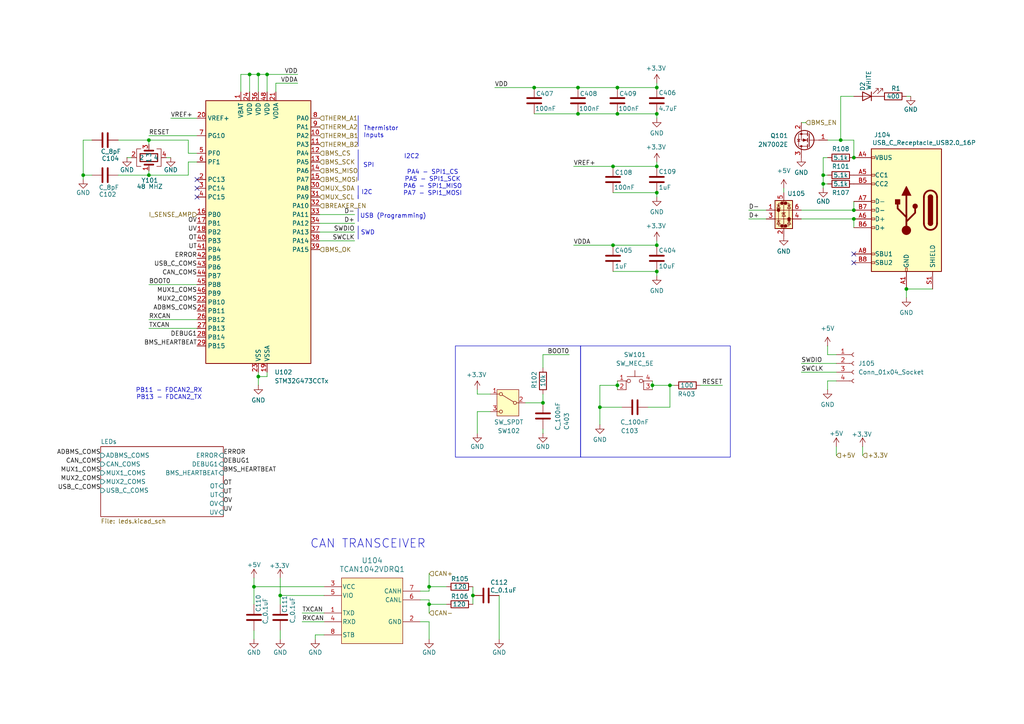
<source format=kicad_sch>
(kicad_sch (version 20250114) (generator "eeschema") (generator_version "9.0")
  (paper "A4")
  (lib_symbols
    (symbol "+5V_1" (power) (pin_numbers (hide yes)) (pin_names (offset 0) (hide yes))
      (property "Value" "+5V" (at 0 3.556 0))
      (symbol "+5V_1_1_1"
        (pin power_in line (at 0 0 90) (length 0) (name "~") (number "1"))
      )
    )
    (symbol "Connector:Conn_01x04_Socket" (pin_names (offset 1.016) (hide yes))
      (property "Reference" "J" (at 0 5.08 0))
      (property "Value" "Conn_01x04_Socket" (at 0 -7.62 0))
      (symbol "Conn_01x04_Socket_1_1"
        (pin passive line (at -5.08 2.54 0) (length 3.81) (name "Pin_1") (number "1"))
        (pin passive line (at -5.08 0 0) (length 3.81) (name "Pin_2") (number "2"))
        (pin passive line (at -5.08 -2.54 0) (length 3.81) (name "Pin_3") (number "3"))
        (pin passive line (at -5.08 -5.08 0) (length 3.81) (name "Pin_4") (number "4"))
      )
    )
    (symbol "Connector:USB_C_Receptacle_USB2.0_16P" (pin_names (offset 1.016))
      (property "Reference" "J" (at 0 22.225 0))
      (property "Value" "USB_C_Receptacle_USB2.0_16P" (at 0 19.685 0))
      (symbol "USB_C_Receptacle_USB2.0_16P_1_1"
        (pin passive line (at -7.62 -22.86 90) (length 5.08) (name "SHIELD") (number "S1"))
        (pin passive line (at 0 -22.86 90) (length 5.08) (name "GND") (number "A1"))
        (pin passive line (at 0 -22.86 90) (length 5.08) (hide yes) (name "GND") (number "A12"))
        (pin passive line (at 0 -22.86 90) (length 5.08) (hide yes) (name "GND") (number "B1"))
        (pin passive line (at 0 -22.86 90) (length 5.08) (hide yes) (name "GND") (number "B12"))
        (pin passive line (at 15.24 15.24 180) (length 5.08) (name "VBUS") (number "A4"))
        (pin passive line (at 15.24 15.24 180) (length 5.08) (hide yes) (name "VBUS") (number "A9"))
        (pin passive line (at 15.24 15.24 180) (length 5.08) (hide yes) (name "VBUS") (number "B4"))
        (pin passive line (at 15.24 15.24 180) (length 5.08) (hide yes) (name "VBUS") (number "B9"))
        (pin bidirectional line (at 15.24 10.16 180) (length 5.08) (name "CC1") (number "A5"))
        (pin bidirectional line (at 15.24 7.62 180) (length 5.08) (name "CC2") (number "B5"))
        (pin bidirectional line (at 15.24 2.54 180) (length 5.08) (name "D-") (number "A7"))
        (pin bidirectional line (at 15.24 0 180) (length 5.08) (name "D-") (number "B7"))
        (pin bidirectional line (at 15.24 -2.54 180) (length 5.08) (name "D+") (number "A6"))
        (pin bidirectional line (at 15.24 -5.08 180) (length 5.08) (name "D+") (number "B6"))
        (pin bidirectional line (at 15.24 -12.7 180) (length 5.08) (name "SBU1") (number "A8"))
        (pin bidirectional line (at 15.24 -15.24 180) (length 5.08) (name "SBU2") (number "B8"))
      )
    )
    (symbol "Device:LED" (pin_numbers (hide yes)) (pin_names (offset 1.016) (hide yes))
      (property "Reference" "D" (at 0 2.54 0))
      (property "Value" "LED" (at 0 -2.54 0))
      (symbol "LED_1_1"
        (pin passive line (at -3.81 0 0) (length 2.54) (name "K") (number "1"))
        (pin passive line (at 3.81 0 180) (length 2.54) (name "A") (number "2"))
      )
    )
    (symbol "Device:R" (pin_numbers (hide yes)) (pin_names (offset 0))
      (property "Reference" "R" (at 2.032 0 90))
      (property "Value" "R" (at 0 0 90))
      (symbol "R_1_1"
        (pin passive line (at 0 3.81 270) (length 1.27) (name "~") (number "1"))
        (pin passive line (at 0 -3.81 90) (length 1.27) (name "~") (number "2"))
      )
    )
    (symbol "GND_2" (power) (pin_numbers (hide yes)) (pin_names (offset 0) (hide yes))
      (property "Value" "GND" (at 0 -3.81 0))
      (symbol "GND_2_1_1"
        (pin power_in line (at 0 0 270) (length 0) (name "~") (number "1"))
      )
    )
    (symbol "GND_4" (power) (pin_numbers (hide yes)) (pin_names (offset 0) (hide yes))
      (property "Value" "GND" (at 0 -3.81 0))
      (symbol "GND_4_1_1"
        (pin power_in line (at 0 0 270) (length 0) (name "~") (number "1"))
      )
    )
    (symbol "GND_5" (power) (pin_numbers (hide yes)) (pin_names (offset 0) (hide yes))
      (property "Value" "GND" (at 0 -3.81 0))
      (symbol "GND_5_1_1"
        (pin power_in line (at 0 0 270) (length 0) (name "~") (number "1"))
      )
    )
    (symbol "GND_8" (power) (pin_numbers (hide yes)) (pin_names (offset 0) (hide yes))
      (property "Value" "GND" (at 0 -3.81 0))
      (symbol "GND_8_1_1"
        (pin power_in line (at 0 0 270) (length 0) (name "~") (number "1"))
      )
    )
    (symbol "GND_9" (power) (pin_numbers (hide yes)) (pin_names (offset 0) (hide yes))
      (property "Value" "GND" (at 0 -3.81 0))
      (symbol "GND_9_1_1"
        (pin power_in line (at 0 0 270) (length 0) (name "~") (number "1"))
      )
    )
    (symbol "MCU_ST_STM32G4:STM32G473CCTx"
      (property "Reference" "U" (at -15.24 39.37 0))
      (property "Value" "STM32G473CCTx" (at 7.62 39.37 0))
      (symbol "STM32G473CCTx_1_1"
        (pin input line (at -17.78 33.02 0) (length 2.54) (name "VREF+") (number "20"))
        (pin bidirectional line (at -17.78 27.94 0) (length 2.54) (name "PG10") (number "7"))
        (pin bidirectional line (at -17.78 22.86 0) (length 2.54) (name "PF0") (number "5"))
        (pin bidirectional line (at -17.78 20.32 0) (length 2.54) (name "PF1") (number "6"))
        (pin bidirectional line (at -17.78 15.24 0) (length 2.54) (name "PC13") (number "2"))
        (pin bidirectional line (at -17.78 12.7 0) (length 2.54) (name "PC14") (number "3"))
        (pin bidirectional line (at -17.78 10.16 0) (length 2.54) (name "PC15") (number "4"))
        (pin bidirectional line (at -17.78 5.08 0) (length 2.54) (name "PB0") (number "16"))
        (pin bidirectional line (at -17.78 2.54 0) (length 2.54) (name "PB1") (number "17"))
        (pin bidirectional line (at -17.78 0 0) (length 2.54) (name "PB2") (number "18"))
        (pin bidirectional line (at -17.78 -2.54 0) (length 2.54) (name "PB3") (number "40"))
        (pin bidirectional line (at -17.78 -5.08 0) (length 2.54) (name "PB4") (number "41"))
        (pin bidirectional line (at -17.78 -7.62 0) (length 2.54) (name "PB5") (number "42"))
        (pin bidirectional line (at -17.78 -10.16 0) (length 2.54) (name "PB6") (number "43"))
        (pin bidirectional line (at -17.78 -12.7 0) (length 2.54) (name "PB7") (number "44"))
        (pin bidirectional line (at -17.78 -15.24 0) (length 2.54) (name "PB8") (number "45"))
        (pin bidirectional line (at -17.78 -17.78 0) (length 2.54) (name "PB9") (number "46"))
        (pin bidirectional line (at -17.78 -20.32 0) (length 2.54) (name "PB10") (number "22"))
        (pin bidirectional line (at -17.78 -22.86 0) (length 2.54) (name "PB11") (number "25"))
        (pin bidirectional line (at -17.78 -25.4 0) (length 2.54) (name "PB12") (number "26"))
        (pin bidirectional line (at -17.78 -27.94 0) (length 2.54) (name "PB13") (number "27"))
        (pin bidirectional line (at -17.78 -30.48 0) (length 2.54) (name "PB14") (number "28"))
        (pin bidirectional line (at -17.78 -33.02 0) (length 2.54) (name "PB15") (number "29"))
        (pin power_in line (at -5.08 40.64 270) (length 2.54) (name "VBAT") (number "1"))
        (pin power_in line (at -2.54 40.64 270) (length 2.54) (name "VDD") (number "24"))
        (pin power_in line (at 0 40.64 270) (length 2.54) (name "VDD") (number "36"))
        (pin power_in line (at 0 -40.64 90) (length 2.54) (name "VSS") (number "23"))
        (pin passive line (at 0 -40.64 90) (length 2.54) (hide yes) (name "VSS") (number "35"))
        (pin passive line (at 0 -40.64 90) (length 2.54) (hide yes) (name "VSS") (number "47"))
        (pin power_in line (at 2.54 40.64 270) (length 2.54) (name "VDD") (number "48"))
        (pin power_in line (at 2.54 -40.64 90) (length 2.54) (name "VSSA") (number "19"))
        (pin power_in line (at 5.08 40.64 270) (length 2.54) (name "VDDA") (number "21"))
        (pin bidirectional line (at 17.78 33.02 180) (length 2.54) (name "PA0") (number "8"))
        (pin bidirectional line (at 17.78 30.48 180) (length 2.54) (name "PA1") (number "9"))
        (pin bidirectional line (at 17.78 27.94 180) (length 2.54) (name "PA2") (number "10"))
        (pin bidirectional line (at 17.78 25.4 180) (length 2.54) (name "PA3") (number "11"))
        (pin bidirectional line (at 17.78 22.86 180) (length 2.54) (name "PA4") (number "12"))
        (pin bidirectional line (at 17.78 20.32 180) (length 2.54) (name "PA5") (number "13"))
        (pin bidirectional line (at 17.78 17.78 180) (length 2.54) (name "PA6") (number "14"))
        (pin bidirectional line (at 17.78 15.24 180) (length 2.54) (name "PA7") (number "15"))
        (pin bidirectional line (at 17.78 12.7 180) (length 2.54) (name "PA8") (number "30"))
        (pin bidirectional line (at 17.78 10.16 180) (length 2.54) (name "PA9") (number "31"))
        (pin bidirectional line (at 17.78 7.62 180) (length 2.54) (name "PA10") (number "32"))
        (pin bidirectional line (at 17.78 5.08 180) (length 2.54) (name "PA11") (number "33"))
        (pin bidirectional line (at 17.78 2.54 180) (length 2.54) (name "PA12") (number "34"))
        (pin bidirectional line (at 17.78 0 180) (length 2.54) (name "PA13") (number "37"))
        (pin bidirectional line (at 17.78 -2.54 180) (length 2.54) (name "PA14") (number "38"))
        (pin bidirectional line (at 17.78 -5.08 180) (length 2.54) (name "PA15") (number "39"))
      )
    )
    (symbol "OEM:0u1F" (pin_numbers (hide yes)) (pin_names (offset 0.254))
      (property "Reference" "C" (at 0.635 2.54 0))
      (property "Value" "0u1F" (at 0.635 -2.54 0))
      (symbol "0u1F_1_1"
        (pin passive line (at 0 3.81 270) (length 2.794) (name "~") (number "1"))
        (pin passive line (at 0 -3.81 90) (length 2.794) (name "~") (number "2"))
      )
    )
    (symbol "OEM:120R_DNP" (pin_numbers (hide yes)) (pin_names (offset 0))
      (property "Reference" "R" (at 2.032 0 90))
      (property "Value" "120R_DNP" (at 0 0 90))
      (symbol "120R_DNP_1_1"
        (pin passive line (at 0 3.81 270) (length 1.27) (name "~") (number "1"))
        (pin passive line (at 0 -3.81 90) (length 1.27) (name "~") (number "2"))
      )
    )
    (symbol "OEM:1KR" (pin_numbers (hide yes)) (pin_names (offset 0))
      (property "Reference" "R" (at 2.032 0 90))
      (property "Value" "1KR" (at 0 0 90))
      (symbol "1KR_1_1"
        (pin passive line (at 0 3.81 270) (length 1.27) (name "~") (number "1"))
        (pin passive line (at 0 -3.81 90) (length 1.27) (name "~") (number "2"))
      )
    )
    (symbol "OlinBAD:TCAN1042VDRQ1" (pin_names (offset 0.254))
      (property "Reference" "U" (at 0 18.288 0))
      (property "Value" "TCAN1042VDRQ1" (at 0 15.494 0))
      (symbol "TCAN1042VDRQ1_0_1"
        (pin power_in line (at -13.97 11.43 0) (length 5.08) (name "VCC") (number "3"))
        (pin power_in line (at -13.97 8.89 0) (length 5.08) (name "VIO") (number "5"))
        (pin input line (at -13.97 3.81 0) (length 5.08) (name "TXD") (number "1"))
        (pin output line (at -13.97 1.27 0) (length 5.08) (name "RXD") (number "4"))
        (pin input line (at -13.97 -2.54 0) (length 5.08) (name "STB") (number "8"))
        (pin bidirectional line (at 13.97 10.16 180) (length 5.08) (name "CANH") (number "7"))
        (pin bidirectional line (at 13.97 7.62 180) (length 5.08) (name "CANL") (number "6"))
        (pin power_in line (at 13.97 1.27 180) (length 5.08) (name "GND") (number "2"))
      )
    )
    (symbol "Power_Protection:USBLC6-2SC6" (pin_names (hide yes))
      (property "Reference" "U" (at 0.635 5.715 0))
      (property "Value" "USBLC6-2SC6" (at 0.635 3.81 0))
      (symbol "USBLC6-2SC6_1_1"
        (pin passive line (at -5.08 0 0) (length 2.54) (name "I/O1") (number "1"))
        (pin passive line (at -5.08 -2.54 0) (length 2.54) (name "I/O2") (number "3"))
        (pin passive line (at 0 5.08 270) (length 2.54) (name "VBUS") (number "5"))
        (pin passive line (at 0 -7.62 90) (length 2.54) (name "GND") (number "2"))
        (pin passive line (at 5.08 0 180) (length 2.54) (name "I/O1") (number "6"))
        (pin passive line (at 5.08 -2.54 180) (length 2.54) (name "I/O2") (number "4"))
      )
    )
    (symbol "Switch:SW_MEC_5E" (pin_names (offset 1.016) (hide yes))
      (property "Reference" "SW" (at 0.635 5.715 0))
      (property "Value" "SW_MEC_5E" (at 0 -3.175 0))
      (symbol "SW_MEC_5E_0_1"
        (pin passive line (at -5.08 2.54 0) (length 2.54) (name "1") (number "1"))
        (pin passive line (at -5.08 0 0) (length 2.54) (name "2") (number "2"))
        (pin passive line (at 5.08 2.54 180) (length 2.54) (name "A") (number "4"))
        (pin passive line (at 5.08 0 180) (length 2.54) (name "K") (number "3"))
      )
    )
    (symbol "Switch:SW_SPDT" (pin_names (offset 0) (hide yes))
      (property "Reference" "SW" (at 0 5.08 0))
      (property "Value" "SW_SPDT" (at 0 -5.08 0))
      (symbol "SW_SPDT_1_1"
        (pin passive line (at -5.08 0 0) (length 2.54) (name "B") (number "2"))
        (pin passive line (at 5.08 2.54 180) (length 2.54) (name "A") (number "1"))
        (pin passive line (at 5.08 -2.54 180) (length 2.54) (name "C") (number "3"))
      )
    )
    (symbol "Transistor_FET:2N7002E" (pin_names (offset 0) (hide yes))
      (property "Reference" "Q" (at 5.08 1.905 0))
      (property "Value" "2N7002E" (at 5.08 0 0))
      (symbol "2N7002E_1_1"
        (pin input line (at -5.08 0 0) (length 2.54) (name "G") (number "1"))
        (pin passive line (at 2.54 5.08 270) (length 2.54) (name "D") (number "3"))
        (pin passive line (at 2.54 -5.08 90) (length 2.54) (name "S") (number "2"))
      )
    )
    (symbol "formula:C_100nF" (pin_numbers (hide yes)) (pin_names (offset 0.254))
      (property "Reference" "C" (at 0.635 2.54 0))
      (property "Value" "C_100nF" (at 0.635 -2.54 0))
      (symbol "C_100nF_1_1"
        (pin passive line (at 0 3.81 270) (length 2.794) (name "~") (number "1"))
        (pin passive line (at 0 -3.81 90) (length 2.794) (name "~") (number "2"))
      )
    )
    (symbol "formula:C_10uF" (pin_numbers (hide yes)) (pin_names (offset 0.254))
      (property "Reference" "C" (at 0.635 3.81 0))
      (property "Value" "C_10uF" (at 0.635 -1.27 0))
      (symbol "C_10uF_1_1"
        (pin passive line (at 0 5.08 270) (length 2.794) (name "~") (number "1"))
        (pin passive line (at 0 -2.54 90) (length 2.794) (name "~") (number "2"))
      )
    )
    (symbol "formula:Crystal_48MHz_8pF" (pin_names (offset 1.016))
      (property "Reference" "Y" (at -12.7254 7.62 0))
      (property "Value" "48 MHZ" (at -11.43 -8.89 0))
      (symbol "Crystal_48MHz_8pF_1_1"
        (pin bidirectional line (at -3.81 0 0) (length 1.27) (name "1") (number "1"))
        (pin power_in line (at 0 5.08 270) (length 1.27) (name "2") (number "2"))
        (pin power_in line (at 0 -5.08 90) (length 1.27) (name "4") (number "4"))
        (pin bidirectional line (at 3.81 0 180) (length 1.27) (name "3") (number "3"))
      )
    )
    (symbol "formula:R_10K" (pin_numbers (hide yes)) (pin_names (offset 0))
      (property "Reference" "R" (at 2.032 0 90))
      (property "Value" "R_10K" (at -2.54 0 90))
      (symbol "R_10K_1_1"
        (pin passive line (at 0 3.81 270) (length 1.27) (name "~") (number "1"))
        (pin passive line (at 0 -3.81 90) (length 1.27) (name "~") (number "2"))
      )
    )
    (symbol "power:+3.3V" (power) (pin_numbers (hide yes)) (pin_names (offset 0) (hide yes))
      (property "Value" "+3.3V" (at 0 3.556 0))
      (symbol "+3.3V_1_1"
        (pin power_in line (at 0 0 90) (length 0) (name "~") (number "1"))
      )
    )
    (symbol "power:+5V" (power) (pin_names (offset 0))
      (property "Value" "+5V" (at 0 3.556 0))
      (symbol "+5V_1_1"
        (pin power_in line (at 0 0 90) (length 0) (hide yes) (name "+5V") (number "1"))
      )
    )
    (symbol "power:GND" (power) (pin_names (offset 0))
      (property "Value" "GND" (at 0 -3.81 0))
      (symbol "GND_1_1"
        (pin power_in line (at 0 0 270) (length 0) (hide yes) (name "GND") (number "1"))
      )
    )
  )
  (rectangle (start 132.08 100.33) (end 168.402 132.588))
  (rectangle (start 168.402 100.33) (end 211.836 132.588))
  (text "I2C" (at 106.426 55.88 0) (effects (font (size 1.27 1.27))))
  (text "PA4 - SPI1_CS\nPA5 - SPI1_SCK\nPA6 - SPI1_MISO\nPA7 - SPI1_MOSI" (at 125.476 53.086 0) (effects (font (size 1.27 1.27))))
  (text "CAN TRANSCEIVER" (at 89.916 159.258 0) (effects (font (size 2.4892 2.4892)) (justify left bottom)))
  (text "SWD" (at 106.68 67.564 0) (effects (font (size 1.27 1.27))))
  (text "SPI" (at 106.934 48.006 0) (effects (font (size 1.27 1.27))))
  (text "USB (Programming)" (at 114.046 62.738 0) (effects (font (size 1.27 1.27))))
  (text "I2C2" (at 119.38 45.466 0) (effects (font (size 1.27 1.27))))
  (text "PB11 - FDCAN2_RX\nPB13 - FDCAN2_TX" (at 49.022 114.3 0) (effects (font (size 1.27 1.27))))
  (text "Thermistor\nInputs" (at 105.41 38.354 0) (effects (font (size 1.27 1.27)) (justify left)))
  (junction (at 190.5 48.26))
  (junction (at 124.46 170.18))
  (junction (at 43.18 40.64))
  (junction (at 167.64 33.02))
  (junction (at 173.99 118.11))
  (junction (at 74.93 21.59))
  (junction (at 179.07 111.76))
  (junction (at 24.13 50.8))
  (junction (at 238.76 53.34))
  (junction (at 179.07 33.02))
  (junction (at 194.31 111.76))
  (junction (at 81.28 172.72))
  (junction (at 154.94 25.4))
  (junction (at 72.39 21.59))
  (junction (at 74.93 109.22))
  (junction (at 77.47 21.59))
  (junction (at 189.23 111.76))
  (junction (at 247.65 60.96))
  (junction (at 137.16 172.72))
  (junction (at 167.64 25.4))
  (junction (at 177.8 48.26))
  (junction (at 247.65 63.5))
  (junction (at 190.5 33.02))
  (junction (at 243.84 40.64))
  (junction (at 177.8 71.12))
  (junction (at 190.5 78.74))
  (junction (at 238.76 50.8))
  (junction (at 247.65 45.72))
  (junction (at 190.5 55.88))
  (junction (at 262.89 83.82))
  (junction (at 124.46 175.26))
  (junction (at 190.5 71.12))
  (junction (at 179.07 25.4))
  (junction (at 190.5 25.4))
  (junction (at 43.18 50.8))
  (junction (at 73.66 170.18))
  (junction (at 157.48 116.84))
  (no_connect (at 247.65 76.2))
  (no_connect (at 57.15 54.61))
  (no_connect (at 57.15 57.15))
  (no_connect (at 57.15 52.07))
  (no_connect (at 247.65 73.66))
  (wire (pts (xy 157.48 102.87) (xy 157.48 106.68)))
  (wire (pts (xy 92.71 67.31) (xy 102.87 67.31)))
  (wire (pts (xy 77.47 109.22) (xy 77.47 107.95)))
  (wire (pts (xy 124.46 170.18) (xy 129.54 170.18)))
  (wire (pts (xy 54.61 44.45) (xy 57.15 44.45)))
  (wire (pts (xy 238.76 50.8) (xy 238.76 53.34)))
  (wire (pts (xy 124.46 166.37) (xy 124.46 170.18)))
  (wire (pts (xy 142.24 119.38) (xy 138.43 119.38)))
  (wire (pts (xy 43.18 49.53) (xy 43.18 50.8)))
  (wire (pts (xy 124.46 171.45) (xy 124.46 170.18)))
  (wire (pts (xy 232.41 60.96) (xy 247.65 60.96)))
  (wire (pts (xy 43.18 40.64) (xy 54.61 40.64)))
  (wire (pts (xy 24.13 40.64) (xy 26.67 40.64)))
  (wire (pts (xy 124.46 173.99) (xy 124.46 175.26)))
  (wire (pts (xy 179.07 33.02) (xy 167.64 33.02)))
  (wire (pts (xy 179.07 33.02) (xy 190.5 33.02)))
  (wire (pts (xy 81.28 167.64) (xy 81.28 172.72)))
  (wire (pts (xy 190.5 57.15) (xy 190.5 55.88)))
  (wire (pts (xy 74.93 21.59) (xy 72.39 21.59)))
  (wire (pts (xy 243.84 40.64) (xy 247.65 40.64)))
  (wire (pts (xy 242.57 129.54) (xy 242.57 132.08)))
  (wire (pts (xy 72.39 21.59) (xy 69.85 21.59)))
  (wire (pts (xy 91.44 185.42) (xy 91.44 184.15)))
  (wire (pts (xy 190.5 69.85) (xy 190.5 71.12)))
  (wire (pts (xy 217.17 60.96) (xy 222.25 60.96)))
  (wire (pts (xy 189.23 111.76) (xy 189.23 113.03)))
  (wire (pts (xy 247.65 40.64) (xy 247.65 45.72)))
  (wire (pts (xy 157.48 116.84) (xy 152.4 116.84)))
  (wire (pts (xy 157.48 124.46) (xy 157.48 125.73)))
  (wire (pts (xy 238.76 53.34) (xy 240.03 53.34)))
  (wire (pts (xy 74.93 109.22) (xy 77.47 109.22)))
  (wire (pts (xy 190.5 34.29) (xy 190.5 33.02)))
  (wire (pts (xy 173.99 111.76) (xy 173.99 118.11)))
  (wire (pts (xy 154.94 33.02) (xy 167.64 33.02)))
  (wire (pts (xy 154.94 25.4) (xy 167.64 25.4)))
  (wire (pts (xy 43.18 82.55) (xy 57.15 82.55)))
  (wire (pts (xy 177.8 78.74) (xy 190.5 78.74)))
  (wire (pts (xy 43.18 92.71) (xy 57.15 92.71)))
  (wire (pts (xy 247.65 58.42) (xy 247.65 60.96)))
  (polyline (pts (xy 103.886 33.528) (xy 103.886 42.418)))
  (wire (pts (xy 194.31 111.76) (xy 194.31 118.11)))
  (wire (pts (xy 195.58 111.76) (xy 194.31 111.76)))
  (polyline (pts (xy 103.886 60.452) (xy 103.886 64.262)))
  (wire (pts (xy 177.8 55.88) (xy 190.5 55.88)))
  (wire (pts (xy 187.96 118.11) (xy 194.31 118.11)))
  (wire (pts (xy 179.07 111.76) (xy 179.07 113.03)))
  (wire (pts (xy 227.33 54.61) (xy 227.33 55.88)))
  (wire (pts (xy 34.29 40.64) (xy 43.18 40.64)))
  (wire (pts (xy 74.93 109.22) (xy 74.93 107.95)))
  (wire (pts (xy 81.28 182.88) (xy 81.28 185.42)))
  (wire (pts (xy 137.16 172.72) (xy 137.16 175.26)))
  (wire (pts (xy 203.2 111.76) (xy 209.55 111.76)))
  (wire (pts (xy 69.85 21.59) (xy 69.85 26.67)))
  (wire (pts (xy 189.23 111.76) (xy 194.31 111.76)))
  (wire (pts (xy 49.53 34.29) (xy 57.15 34.29)))
  (wire (pts (xy 73.66 182.88) (xy 73.66 185.42)))
  (wire (pts (xy 137.16 170.18) (xy 137.16 172.72)))
  (wire (pts (xy 166.37 48.26) (xy 177.8 48.26)))
  (wire (pts (xy 74.93 111.76) (xy 74.93 109.22)))
  (wire (pts (xy 177.8 48.26) (xy 190.5 48.26)))
  (wire (pts (xy 24.13 50.8) (xy 26.67 50.8)))
  (wire (pts (xy 233.68 35.56) (xy 232.41 35.56)))
  (wire (pts (xy 80.01 24.13) (xy 80.01 26.67)))
  (wire (pts (xy 262.89 83.82) (xy 270.51 83.82)))
  (wire (pts (xy 238.76 45.72) (xy 238.76 50.8)))
  (wire (pts (xy 34.29 50.8) (xy 43.18 50.8)))
  (wire (pts (xy 238.76 50.8) (xy 240.03 50.8)))
  (wire (pts (xy 121.92 171.45) (xy 124.46 171.45)))
  (wire (pts (xy 262.89 83.82) (xy 262.89 86.36)))
  (wire (pts (xy 92.71 69.85) (xy 102.87 69.85)))
  (wire (pts (xy 86.36 21.59) (xy 77.47 21.59)))
  (wire (pts (xy 240.03 113.03) (xy 240.03 110.49)))
  (wire (pts (xy 167.64 25.4) (xy 179.07 25.4)))
  (wire (pts (xy 86.36 24.13) (xy 80.01 24.13)))
  (polyline (pts (xy 103.886 57.658) (xy 103.886 56.642)))
  (wire (pts (xy 173.99 118.11) (xy 173.99 123.19)))
  (polyline (pts (xy 103.886 53.848) (xy 103.886 57.658)))
  (wire (pts (xy 247.65 63.5) (xy 247.65 66.04)))
  (wire (pts (xy 242.57 107.95) (xy 232.41 107.95)))
  (wire (pts (xy 177.8 71.12) (xy 190.5 71.12)))
  (wire (pts (xy 121.92 173.99) (xy 124.46 173.99)))
  (wire (pts (xy 247.65 27.94) (xy 243.84 27.94)))
  (wire (pts (xy 91.44 184.15) (xy 93.98 184.15)))
  (wire (pts (xy 232.41 63.5) (xy 247.65 63.5)))
  (wire (pts (xy 166.37 71.12) (xy 177.8 71.12)))
  (wire (pts (xy 87.63 180.34) (xy 93.98 180.34)))
  (polyline (pts (xy 103.886 43.434) (xy 103.886 52.324)))
  (wire (pts (xy 264.16 27.94) (xy 262.89 27.94)))
  (wire (pts (xy 49.53 45.72) (xy 48.26 45.72)))
  (wire (pts (xy 92.71 62.23) (xy 102.87 62.23)))
  (wire (pts (xy 173.99 118.11) (xy 180.34 118.11)))
  (wire (pts (xy 242.57 105.41) (xy 232.41 105.41)))
  (wire (pts (xy 43.18 39.37) (xy 57.15 39.37)))
  (wire (pts (xy 73.66 170.18) (xy 93.98 170.18)))
  (wire (pts (xy 81.28 172.72) (xy 93.98 172.72)))
  (wire (pts (xy 138.43 113.03) (xy 138.43 114.3)))
  (wire (pts (xy 240.03 100.33) (xy 240.03 102.87)))
  (wire (pts (xy 240.03 102.87) (xy 242.57 102.87)))
  (wire (pts (xy 240.03 40.64) (xy 243.84 40.64)))
  (wire (pts (xy 24.13 50.8) (xy 24.13 52.07)))
  (wire (pts (xy 179.07 25.4) (xy 190.5 25.4)))
  (wire (pts (xy 240.03 110.49) (xy 242.57 110.49)))
  (wire (pts (xy 73.66 175.26) (xy 73.66 170.18)))
  (wire (pts (xy 142.24 114.3) (xy 138.43 114.3)))
  (wire (pts (xy 179.07 111.76) (xy 173.99 111.76)))
  (wire (pts (xy 238.76 54.61) (xy 238.76 53.34)))
  (wire (pts (xy 124.46 175.26) (xy 129.54 175.26)))
  (wire (pts (xy 189.23 110.49) (xy 189.23 111.76)))
  (wire (pts (xy 77.47 21.59) (xy 77.47 26.67)))
  (wire (pts (xy 72.39 21.59) (xy 72.39 26.67)))
  (wire (pts (xy 74.93 21.59) (xy 74.93 26.67)))
  (wire (pts (xy 121.92 180.34) (xy 124.46 180.34)))
  (wire (pts (xy 87.63 177.8) (xy 93.98 177.8)))
  (wire (pts (xy 92.71 64.77) (xy 102.87 64.77)))
  (wire (pts (xy 43.18 50.8) (xy 54.61 50.8)))
  (wire (pts (xy 43.18 95.25) (xy 57.15 95.25)))
  (wire (pts (xy 24.13 40.64) (xy 24.13 50.8)))
  (wire (pts (xy 144.78 185.42) (xy 144.78 172.72)))
  (wire (pts (xy 73.66 167.64) (xy 73.66 170.18)))
  (wire (pts (xy 250.19 129.54) (xy 250.19 132.08)))
  (wire (pts (xy 138.43 119.38) (xy 138.43 125.73)))
  (wire (pts (xy 124.46 180.34) (xy 124.46 185.42)))
  (wire (pts (xy 143.51 25.4) (xy 154.94 25.4)))
  (wire (pts (xy 190.5 80.01) (xy 190.5 78.74)))
  (wire (pts (xy 243.84 27.94) (xy 243.84 40.64)))
  (wire (pts (xy 54.61 40.64) (xy 54.61 44.45)))
  (wire (pts (xy 77.47 21.59) (xy 74.93 21.59)))
  (wire (pts (xy 54.61 50.8) (xy 54.61 46.99)))
  (wire (pts (xy 190.5 24.13) (xy 190.5 25.4)))
  (wire (pts (xy 43.18 41.91) (xy 43.18 40.64)))
  (polyline (pts (xy 103.886 65.532) (xy 103.886 69.342)))
  (wire (pts (xy 179.07 111.76) (xy 179.07 110.49)))
  (wire (pts (xy 124.46 175.26) (xy 124.46 177.8)))
  (wire (pts (xy 240.03 45.72) (xy 238.76 45.72)))
  (wire (pts (xy 217.17 63.5) (xy 222.25 63.5)))
  (wire (pts (xy 157.48 114.3) (xy 157.48 116.84)))
  (wire (pts (xy 190.5 46.99) (xy 190.5 48.26)))
  (wire (pts (xy 54.61 46.99) (xy 57.15 46.99)))
  (wire (pts (xy 36.83 45.72) (xy 38.1 45.72)))
  (wire (pts (xy 165.1 102.87) (xy 157.48 102.87)))
  (wire (pts (xy 81.28 175.26) (xy 81.28 172.72)))
  (label "D+" (at 102.87 64.77 180))
  (label "RXCAN" (at 43.18 92.71 0))
  (label "UT" (at 57.15 72.39 180))
  (label "USB_C_COMS" (at 29.21 142.24 180))
  (label "BMS_HEARTBEAT" (at 64.77 137.16 0))
  (label "MUX2_COMS" (at 57.15 87.63 180))
  (label "VDD" (at 86.36 21.59 180))
  (label "OT" (at 57.15 69.85 180))
  (label "OT" (at 64.77 140.97 0))
  (label "RESET" (at 209.55 111.76 180))
  (label "D+" (at 217.17 63.5 0))
  (label "BMS_HEARTBEAT" (at 57.15 100.33 180))
  (label "VDD" (at 143.51 25.4 0))
  (label "D-" (at 102.87 62.23 180))
  (label "OV" (at 64.77 146.05 0))
  (label "VREF+" (at 49.53 34.29 0))
  (label "DEBUG1" (at 64.77 134.62 0))
  (label "D-" (at 217.17 60.96 0))
  (label "BOOT0" (at 165.1 102.87 180))
  (label "ERROR" (at 57.15 74.93 180))
  (label "MUX2_COMS" (at 29.21 139.7 180))
  (label "VREF+" (at 166.37 48.26 0))
  (label "SWCLK" (at 232.41 107.95 0))
  (label "VDDA" (at 86.36 24.13 180))
  (label "VDDA" (at 166.37 71.12 0))
  (label "CAN_COMS" (at 57.15 80.01 180))
  (label "UT" (at 64.77 143.51 0))
  (label "UV" (at 64.77 148.59 0))
  (label "SWDIO" (at 102.87 67.31 180))
  (label "SWDIO" (at 232.41 105.41 0))
  (label "SWCLK" (at 102.87 69.85 180))
  (label "CAN_COMS" (at 29.21 134.62 180))
  (label "ADBMS_COMS" (at 57.15 90.17 180))
  (label "TXCAN" (at 87.63 177.8 0))
  (label "RESET" (at 43.18 39.37 0))
  (label "DEBUG1" (at 57.15 97.79 180))
  (label "TXCAN" (at 43.18 95.25 0))
  (label "MUX1_COMS" (at 57.15 85.09 180))
  (label "MUX1_COMS" (at 29.21 137.16 180))
  (label "ADBMS_COMS" (at 29.21 132.08 180))
  (label "UV" (at 57.15 67.31 180))
  (label "USB_C_COMS" (at 57.15 77.47 180))
  (label "BOOT0" (at 43.18 82.55 0))
  (label "OV" (at 57.15 64.77 180))
  (label "ERROR" (at 64.77 132.08 0))
  (label "RXCAN" (at 87.63 180.34 0))
  (hierarchical_label "I_SENSE_AMP" (shape input) (at 57.15 62.23 180))
  (hierarchical_label "THERM_A1" (shape input) (at 92.71 34.29 0))
  (hierarchical_label "BMS_OK" (shape input) (at 92.71 72.39 0))
  (hierarchical_label "BMS_CS" (shape input) (at 92.71 44.45 0))
  (hierarchical_label "BMS_MOSI" (shape input) (at 92.71 52.07 0))
  (hierarchical_label "THERM_B1" (shape input) (at 92.71 39.37 0))
  (hierarchical_label "BMS_MISO" (shape input) (at 92.71 49.53 0))
  (hierarchical_label "+3.3V" (shape input) (at 250.19 132.08 0))
  (hierarchical_label "CAN+" (shape input) (at 124.46 166.37 0))
  (hierarchical_label "CAN-" (shape input) (at 124.46 177.8 0))
  (hierarchical_label "MUX_SDA" (shape input) (at 92.71 54.61 0))
  (hierarchical_label "MUX_SCL" (shape input) (at 92.71 57.15 0))
  (hierarchical_label "BMS_EN" (shape input) (at 233.68 35.56 0))
  (hierarchical_label "BREAKER_EN" (shape input) (at 92.71 59.69 0))
  (hierarchical_label "THERM_A2" (shape input) (at 92.71 36.83 0))
  (hierarchical_label "+5V" (shape input) (at 242.57 132.08 0))
  (hierarchical_label "THERM_B2" (shape input) (at 92.71 41.91 0))
  (hierarchical_label "BMS_SCK" (shape input) (at 92.71 46.99 0))
  (symbol (lib_id "power:+3.3V") (at 190.5 24.13 0) (unit 1)
    (property "Reference" "#PWR0413" (effects (hide yes)))
    (property "Value" "+3.3V" (at 190.246 19.812 0))
    (property "Description" "Power symbol creates a global label with name \"+3.3V\"" (effects (hide yes)))
  )
  (symbol (lib_id "formula:C_10uF") (at 190.5 76.2 0) (unit 1)
    (property "Reference" "C404" (at 191.008 72.644 0) (effects (justify left)))
    (property "Value" "10uF" (at 191.008 77.216 0) (effects (justify left)))
    (property "Footprint" "Capacitor_SMD:C_0805_2012Metric" (effects (hide yes)))
    (property "Datasheet" "http://www.samsungsem.com/kr/support/product-search/mlcc/__icsFiles/afieldfile/2018/06/20/CL21A106KPFNNNE.pdf" (effects (hide yes)))
    (property "Description" "Capacitor, 10uF, 10V, 10%, 0805" (effects (hide yes)))
    (property "MFN" "DK" (effects (hide yes)))
    (property "MPN" "1276-1052-1-ND" (effects (hide yes)))
    (property "PurchasingLink" "https://www.digikey.com/product-detail/en/samsung-electro-mechanics/CL21A106KPFNNNE/1276-1052-1-ND/3889138" (effects (hide yes)))
  )
  (symbol (lib_id "power:+3.3V") (at 250.19 129.54 0) (unit 1)
    (property "Reference" "#PWR0406" (effects (hide yes)))
    (property "Value" "+3.3V" (at 249.936 125.984 0))
    (property "Description" "Power symbol creates a global label with name \"+3.3V\"" (effects (hide yes)))
  )
  (symbol (lib_name "GND_4") (lib_id "power:GND") (at 238.76 54.61 0) (unit 1)
    (property "Reference" "#PWR0104" (effects (hide yes)))
    (property "Value" "GND" (at 238.76 58.42 0))
    (property "Description" "Power symbol creates a global label with name \"GND\" , ground" (effects (hide yes)))
  )
  (symbol (lib_id "Device:LED") (at 251.46 27.94 180) (unit 1)
    (property "Reference" "D2" (at 250.19 26.416 90) (effects (justify right)))
    (property "Value" "WHITE" (at 251.968 26.162 90) (effects (justify right)))
    (property "Footprint" "LED_SMD:LED_0805_2012Metric" (effects (hide yes)))
    (property "Description" "Light emitting diode" (effects (hide yes)))
  )
  (symbol (lib_name "GND_4") (lib_id "power:GND") (at 240.03 113.03 0) (unit 1)
    (property "Reference" "#PWR0135" (effects (hide yes)))
    (property "Value" "GND" (at 240.03 117.348 0))
    (property "Description" "Power symbol creates a global label with name \"GND\" , ground" (effects (hide yes)))
  )
  (symbol (lib_name "GND_4") (lib_id "power:GND") (at 232.41 45.72 0) (unit 1)
    (property "Reference" "#PWR0137" (effects (hide yes)))
    (property "Value" "GND" (at 232.41 50.038 0))
    (property "Description" "Power symbol creates a global label with name \"GND\" , ground" (effects (hide yes)))
  )
  (symbol (lib_id "power:+3.3V") (at 138.43 113.03 0) (unit 1)
    (property "Reference" "#PWR0107" (effects (hide yes)))
    (property "Value" "+3.3V" (at 138.176 108.712 0))
    (property "Description" "Power symbol creates a global label with name \"+3.3V\"" (effects (hide yes)))
  )
  (symbol (lib_id "formula:Crystal_48MHz_8pF") (at 43.18 45.72 90) (unit 1)
    (property "Reference" "Y101" (at 43.434 52.324 90))
    (property "Value" "48 MHZ" (at 43.434 54.102 90))
    (property "Footprint" "footprints:SMD_72002_TXC" (effects (hide yes)))
    (property "Datasheet" "https://www.digikey.com/en/products/detail/txc-corporation/7M48072002/4918837" (effects (hide yes)))
    (property "Description" "48 MHz ±10ppm Crystal 8pF 50 Ohms 4-SMD, No Lead" (effects (hide yes)))
    (property "MPN" "7M48072002" (effects (hide yes)))
    (property "MP" "ECS-80-12-33-JGN-TR" (effects (hide yes)))
    (property "PACKAGE" "SMD-4 ECX" (effects (hide yes)))
    (property "AVAILABILITY" "Good" (effects (hide yes)))
    (property "STANDARD" "Manufacturer recommendations" (effects (hide yes)))
    (property "MF" "ECS INC" (effects (hide yes)))
  )
  (symbol (lib_id "power:GND") (at 124.46 185.42 0) (unit 1)
    (property "Reference" "#PWR0128" (effects (hide yes)))
    (property "Value" "GND" (at 124.46 189.23 0))
  )
  (symbol (lib_id "power:GND") (at 91.44 185.42 0) (unit 1)
    (property "Reference" "#PWR0129" (effects (hide yes)))
    (property "Value" "GND" (at 91.44 189.23 0))
  )
  (symbol (lib_id "formula:C_100nF") (at 157.48 120.65 180) (unit 1)
    (property "Reference" "C403" (at 164.338 119.634 90) (effects (justify left)))
    (property "Value" "C_100nF" (at 161.798 116.586 90) (effects (justify left)))
    (property "Footprint" "OEM:C_0603_1608Metric" (effects (hide yes)))
    (property "Datasheet" "http://www.samsungsem.com/kr/support/product-search/mlcc/CL10A475KQ8NNNC.jsp" (effects (hide yes)))
    (property "Description" "Capacitor, 100nF, 25V, 10%, 0603" (effects (hide yes)))
    (property "MFN" "DK" (effects (hide yes)))
    (property "MPN" "1276-6717-1-ND" (effects (hide yes)))
    (property "PurchasingLink" "https://www.digikey.com/product-detail/en/samsung-electro-mechanics/CL10B104KA8WPNC/1276-6717-1-ND/5961576" (effects (hide yes)))
  )
  (symbol (lib_id "Device:R") (at 259.08 27.94 270) (unit 1)
    (property "Reference" "R1" (at 259.842 25.654 90))
    (property "Value" "400" (at 259.08 27.94 90))
    (property "Footprint" "Resistor_SMD:R_0603_1608Metric" (effects (hide yes)))
    (property "Description" "Resistor" (effects (hide yes)))
  )
  (symbol (lib_id "formula:R_10K") (at 199.39 111.76 270) (unit 1)
    (property "Reference" "R403" (at 201.676 114.3 90) (effects (justify right)))
    (property "Value" "100" (at 201.168 111.76 90) (effects (justify right)))
    (property "Footprint" "footprints:R_0805_OEM" (effects (hide yes)))
    (property "Datasheet" "http://www.bourns.com/data/global/pdfs/CRS.pdf" (effects (hide yes)))
    (property "Description" "Resistor, 10K, 0.25W, 1%, 0805" (effects (hide yes)))
    (property "MFN" "DK" (effects (hide yes)))
    (property "MPN" "CRS0805-FX-1002ELFCT-ND" (effects (hide yes)))
    (property "PurchasingLink" "https://www.digikey.com/products/en?keywords=CRS0805-FX-1002ELFCT-ND" (effects (hide yes)))
  )
  (symbol (lib_id "Power_Protection:USBLC6-2SC6") (at 227.33 60.96 0) (unit 1)
    (property "Reference" "U105" (at 228.346 56.134 0) (effects (justify left)))
    (property "Value" "USBLC6-2SC6" (effects (hide yes)))
    (property "Footprint" "Package_TO_SOT_SMD:SOT-23-6" (effects (hide yes)))
    (property "Datasheet" "https://www.st.com/resource/en/datasheet/usblc6-2.pdf" (effects (hide yes)))
    (property "Description" "Very low capacitance ESD protection diode, 2 data-line, SOT-23-6" (effects (hide yes)))
  )
  (symbol (lib_name "GND_4") (lib_id "power:GND") (at 264.16 27.94 0) (unit 1)
    (property "Reference" "#PWR05" (effects (hide yes)))
    (property "Value" "GND" (at 264.16 31.75 0))
    (property "Description" "Power symbol creates a global label with name \"GND\" , ground" (effects (hide yes)))
  )
  (symbol (lib_id "power:GND") (at 81.28 185.42 0) (unit 1)
    (property "Reference" "#PWR0131" (effects (hide yes)))
    (property "Value" "GND" (at 81.28 189.23 0))
  )
  (symbol (lib_name "GND_4") (lib_id "power:GND") (at 190.5 57.15 0) (unit 1)
    (property "Reference" "#PWR0410" (effects (hide yes)))
    (property "Value" "GND" (at 190.5 61.468 0))
    (property "Description" "Power symbol creates a global label with name \"GND\" , ground" (effects (hide yes)))
  )
  (symbol (lib_name "GND_4") (lib_id "power:GND") (at 190.5 80.01 0) (unit 1)
    (property "Reference" "#PWR0412" (effects (hide yes)))
    (property "Value" "GND" (at 190.5 84.328 0))
    (property "Description" "Power symbol creates a global label with name \"GND\" , ground" (effects (hide yes)))
  )
  (symbol (lib_id "MCU_ST_STM32G4:STM32G473CCTx") (at 74.93 67.31 0) (unit 1)
    (property "Reference" "U102" (at 79.6133 107.95 0) (effects (justify left)))
    (property "Value" "STM32G473CCTx" (at 79.6133 110.49 0) (effects (justify left)))
    (property "Footprint" "Package_QFP:LQFP-48_7x7mm_P0.5mm" (effects (hide yes)))
    (property "Datasheet" "https://www.st.com/resource/en/datasheet/stm32g473cc.pdf" (effects (hide yes)))
    (property "Description" "STMicroelectronics Arm Cortex-M4 MCU, 256KB flash, 128KB RAM, 170 MHz, 1.71-3.6V, 38 GPIO, LQFP48" (effects (hide yes)))
  )
  (symbol (lib_name "GND_8") (lib_id "power:GND") (at 49.53 45.72 0) (unit 1)
    (property "Reference" "#PWR0407" (effects (hide yes)))
    (property "Value" "GND" (at 49.53 49.276 0))
    (property "Description" "Power symbol creates a global label with name \"GND\" , ground" (effects (hide yes)))
  )
  (symbol (lib_id "formula:C_10uF") (at 190.5 30.48 0) (unit 1)
    (property "Reference" "C406" (at 191.008 26.924 0) (effects (justify left)))
    (property "Value" "4.7uF" (at 191.008 31.496 0) (effects (justify left)))
    (property "Footprint" "Capacitor_SMD:C_0805_2012Metric" (effects (hide yes)))
    (property "Datasheet" "http://www.samsungsem.com/kr/support/product-search/mlcc/__icsFiles/afieldfile/2018/06/20/CL21A106KPFNNNE.pdf" (effects (hide yes)))
    (property "Description" "Capacitor, 10uF, 10V, 10%, 0805" (effects (hide yes)))
    (property "MFN" "DK" (effects (hide yes)))
    (property "MPN" "1276-1052-1-ND" (effects (hide yes)))
    (property "PurchasingLink" "https://www.digikey.com/product-detail/en/samsung-electro-mechanics/CL21A106KPFNNNE/1276-1052-1-ND/3889138" (effects (hide yes)))
  )
  (symbol (lib_name "GND_4") (lib_id "power:GND") (at 262.89 86.36 0) (unit 1)
    (property "Reference" "#PWR0101" (effects (hide yes)))
    (property "Value" "GND" (at 262.89 90.678 0))
    (property "Description" "Power symbol creates a global label with name \"GND\" , ground" (effects (hide yes)))
  )
  (symbol (lib_name "GND_9") (lib_id "power:GND") (at 157.48 125.73 0) (unit 1)
    (property "Reference" "#PWR0408" (effects (hide yes)))
    (property "Value" "GND" (at 157.48 129.54 0))
    (property "Description" "Power symbol creates a global label with name \"GND\" , ground" (effects (hide yes)))
  )
  (symbol (lib_name "GND_8") (lib_id "power:GND") (at 36.83 45.72 0) (unit 1)
    (property "Reference" "#PWR0106" (effects (hide yes)))
    (property "Value" "GND" (at 36.83 49.276 0))
    (property "Description" "Power symbol creates a global label with name \"GND\" , ground" (effects (hide yes)))
  )
  (symbol (lib_id "power:+3.3V") (at 190.5 46.99 0) (unit 1)
    (property "Reference" "#PWR0409" (effects (hide yes)))
    (property "Value" "+3.3V" (at 190.246 42.672 0))
    (property "Description" "Power symbol creates a global label with name \"+3.3V\"" (effects (hide yes)))
  )
  (symbol (lib_id "power:GND") (at 144.78 185.42 0) (unit 1)
    (property "Reference" "#PWR0130" (effects (hide yes)))
    (property "Value" "GND" (at 144.78 189.23 0))
  )
  (symbol (lib_id "OEM:120R_DNP") (at 133.35 175.26 90) (mirror x) (unit 1)
    (property "Reference" "R106" (at 135.89 172.974 90) (effects (justify left)))
    (property "Value" "120" (at 135.128 175.26 90) (effects (justify left)))
    (property "Footprint" "OEM:R_0603_1608Metric" (effects (hide yes)))
    (property "Datasheet" "https://www.mouser.com/datasheet/2/315/AOA0000C304-1149620.pdf" (effects (hide yes)))
    (property "MFN" "DK" (effects (hide yes)))
    (property "MPN" "667-ERJ-6ENF1200V" (effects (hide yes)))
    (property "DKPN" "13-RC0603FR-13120RLDKR-ND" (effects (hide yes)))
    (property "Package" "0603" (effects (hide yes)))
    (property "NewDesigns" "YES" (effects (hide yes)))
    (property "Stocked" "Digi-Reel" (effects (hide yes)))
    (property "Style" "SMD" (effects (hide yes)))
  )
  (symbol (lib_id "formula:C_100nF") (at 179.07 29.21 0) (unit 1)
    (property "Reference" "C409" (at 179.578 27.178 0) (effects (justify left)))
    (property "Value" "100nF" (at 179.324 31.496 0) (effects (justify left)))
    (property "Footprint" "Capacitor_SMD:C_0603_1608Metric" (effects (hide yes)))
    (property "Datasheet" "http://www.samsungsem.com/kr/support/product-search/mlcc/CL10A475KQ8NNNC.jsp" (effects (hide yes)))
    (property "Description" "Capacitor, 100nF, 25V, 10%, 0603" (effects (hide yes)))
    (property "MFN" "DK" (effects (hide yes)))
    (property "MPN" "1276-6717-1-ND" (effects (hide yes)))
    (property "PurchasingLink" "https://www.digikey.com/product-detail/en/samsung-electro-mechanics/CL10B104KA8WPNC/1276-6717-1-ND/5961576" (effects (hide yes)))
  )
  (symbol (lib_name "GND_4") (lib_id "power:GND") (at 190.5 34.29 0) (unit 1)
    (property "Reference" "#PWR0414" (effects (hide yes)))
    (property "Value" "GND" (at 190.5 38.608 0))
    (property "Description" "Power symbol creates a global label with name \"GND\" , ground" (effects (hide yes)))
  )
  (symbol (lib_name "GND_2") (lib_id "power:GND") (at 173.99 123.19 0) (unit 1)
    (property "Reference" "#PWR0105" (effects (hide yes)))
    (property "Value" "GND" (at 173.99 127.508 0))
    (property "Description" "Power symbol creates a global label with name \"GND\" , ground" (effects (hide yes)))
  )
  (symbol (lib_id "Connector:USB_C_Receptacle_USB2.0_16P") (at 262.89 60.96 0) (mirror y) (unit 1)
    (property "Reference" "J104" (at 253.492 39.116 0) (effects (justify right)))
    (property "Value" "USB_C_Receptacle_USB2.0_16P" (at 252.984 41.402 0) (effects (justify right)))
    (property "Footprint" "Connector_USB:USB_C_Receptacle_G-Switch_GT-USB-7051x" (effects (hide yes)))
    (property "Datasheet" "https://www.usb.org/sites/default/files/documents/usb_type-c.zip" (effects (hide yes)))
    (property "Description" "USB 2.0-only 16P Type-C Receptacle connector" (effects (hide yes)))
  )
  (symbol (lib_id "formula:C_10uF") (at 190.5 53.34 0) (unit 1)
    (property "Reference" "C109" (at 191.008 49.784 0) (effects (justify left)))
    (property "Value" "1uF" (at 191.008 54.356 0) (effects (justify left)))
    (property "Footprint" "Capacitor_SMD:C_0603_1608Metric" (effects (hide yes)))
    (property "Datasheet" "http://www.samsungsem.com/kr/support/product-search/mlcc/__icsFiles/afieldfile/2018/06/20/CL21A106KPFNNNE.pdf" (effects (hide yes)))
    (property "Description" "Capacitor, 10uF, 10V, 10%, 0805" (effects (hide yes)))
    (property "MFN" "DK" (effects (hide yes)))
    (property "MPN" "1276-1052-1-ND" (effects (hide yes)))
    (property "PurchasingLink" "https://www.digikey.com/product-detail/en/samsung-electro-mechanics/CL21A106KPFNNNE/1276-1052-1-ND/3889138" (effects (hide yes)))
  )
  (symbol (lib_id "Connector:Conn_01x04_Socket") (at 247.65 105.41 0) (unit 1)
    (property "Reference" "J105" (at 248.92 105.4099 0) (effects (justify left)))
    (property "Value" "Conn_01x04_Socket" (at 248.92 107.9499 0) (effects (justify left)))
    (property "Footprint" "Connector_PinSocket_2.54mm:PinSocket_1x04_P2.54mm_Vertical" (effects (hide yes)))
    (property "Description" "Generic connector, single row, 01x04, script generated" (effects (hide yes)))
  )
  (symbol (lib_name "+5V_1") (lib_id "power:+5V") (at 240.03 100.33 0) (unit 1)
    (property "Reference" "#PWR0136" (effects (hide yes)))
    (property "Value" "+5V" (at 240.03 95.25 0))
    (property "Description" "Power symbol creates a global label with name \"+5V\"" (effects (hide yes)))
  )
  (symbol (lib_id "formula:C_100nF") (at 154.94 29.21 0) (unit 1)
    (property "Reference" "C407" (at 155.448 27.178 0) (effects (justify left)))
    (property "Value" "100nF" (at 155.194 31.496 0) (effects (justify left)))
    (property "Footprint" "Capacitor_SMD:C_0603_1608Metric" (effects (hide yes)))
    (property "Datasheet" "http://www.samsungsem.com/kr/support/product-search/mlcc/CL10A475KQ8NNNC.jsp" (effects (hide yes)))
    (property "Description" "Capacitor, 100nF, 25V, 10%, 0603" (effects (hide yes)))
    (property "MFN" "DK" (effects (hide yes)))
    (property "MPN" "1276-6717-1-ND" (effects (hide yes)))
    (property "PurchasingLink" "https://www.digikey.com/product-detail/en/samsung-electro-mechanics/CL10B104KA8WPNC/1276-6717-1-ND/5961576" (effects (hide yes)))
  )
  (symbol (lib_id "OEM:120R_DNP") (at 133.35 170.18 270) (unit 1)
    (property "Reference" "R105" (at 130.81 167.894 90) (effects (justify left)))
    (property "Value" "120" (at 131.572 170.18 90) (effects (justify left)))
    (property "Footprint" "OEM:R_0603_1608Metric" (effects (hide yes)))
    (property "Datasheet" "https://www.mouser.com/datasheet/2/315/AOA0000C304-1149620.pdf" (effects (hide yes)))
    (property "MFN" "DK" (effects (hide yes)))
    (property "MPN" "667-ERJ-6ENF1200V" (effects (hide yes)))
    (property "DKPN" "13-RC0603FR-13120RLDKR-ND" (effects (hide yes)))
    (property "Package" "0603" (effects (hide yes)))
    (property "NewDesigns" "YES" (effects (hide yes)))
    (property "Stocked" "Digi-Reel" (effects (hide yes)))
    (property "Style" "SMD" (effects (hide yes)))
  )
  (symbol (lib_id "formula:C_10uF") (at 177.8 76.2 0) (unit 1)
    (property "Reference" "C405" (at 178.308 72.644 0) (effects (justify left)))
    (property "Value" "1uF" (at 178.308 77.216 0) (effects (justify left)))
    (property "Footprint" "Capacitor_SMD:C_0603_1608Metric" (effects (hide yes)))
    (property "Datasheet" "http://www.samsungsem.com/kr/support/product-search/mlcc/__icsFiles/afieldfile/2018/06/20/CL21A106KPFNNNE.pdf" (effects (hide yes)))
    (property "Description" "Capacitor, 10uF, 10V, 10%, 0805" (effects (hide yes)))
    (property "MFN" "DK" (effects (hide yes)))
    (property "MPN" "1276-1052-1-ND" (effects (hide yes)))
    (property "PurchasingLink" "https://www.digikey.com/product-detail/en/samsung-electro-mechanics/CL21A106KPFNNNE/1276-1052-1-ND/3889138" (effects (hide yes)))
  )
  (symbol (lib_id "Switch:SW_SPDT") (at 147.32 116.84 0) (mirror y) (unit 1)
    (property "Reference" "SW102" (at 147.574 124.968 0))
    (property "Value" "SW_SPDT" (at 147.574 122.428 0))
    (property "Description" "Switch, single pole double throw" (effects (hide yes)))
  )
  (symbol (lib_id "formula:C_100nF") (at 167.64 29.21 0) (unit 1)
    (property "Reference" "C408" (at 168.148 27.178 0) (effects (justify left)))
    (property "Value" "100nF" (at 167.894 31.496 0) (effects (justify left)))
    (property "Footprint" "Capacitor_SMD:C_0603_1608Metric" (effects (hide yes)))
    (property "Datasheet" "http://www.samsungsem.com/kr/support/product-search/mlcc/CL10A475KQ8NNNC.jsp" (effects (hide yes)))
    (property "Description" "Capacitor, 100nF, 25V, 10%, 0603" (effects (hide yes)))
    (property "MFN" "DK" (effects (hide yes)))
    (property "MPN" "1276-6717-1-ND" (effects (hide yes)))
    (property "PurchasingLink" "https://www.digikey.com/product-detail/en/samsung-electro-mechanics/CL10B104KA8WPNC/1276-6717-1-ND/5961576" (effects (hide yes)))
  )
  (symbol (lib_id "OlinBAD:TCAN1042VDRQ1") (at 107.95 181.61 0) (unit 1)
    (property "Reference" "U104" (at 107.95 162.56 0) (effects (font (size 1.524 1.524))))
    (property "Value" "TCAN1042VDRQ1" (at 107.95 165.1 0) (effects (font (size 1.524 1.524))))
    (property "Footprint" "BAD_LIB:D0008A_M" (effects (hide yes)))
    (property "Datasheet" "https://www.ti.com/lit/gpn/tcan1042v-q1" (effects (hide yes)))
  )
  (symbol (lib_id "power:+3.3V") (at 190.5 69.85 0) (unit 1)
    (property "Reference" "#PWR0411" (effects (hide yes)))
    (property "Value" "+3.3V" (at 190.246 65.532 0))
    (property "Description" "Power symbol creates a global label with name \"+3.3V\"" (effects (hide yes)))
  )
  (symbol (lib_id "formula:R_10K") (at 157.48 110.49 180) (unit 1)
    (property "Reference" "R102" (at 154.94 112.776 90) (effects (justify right)))
    (property "Value" "10k" (at 157.48 112.268 90) (effects (justify right)))
    (property "Footprint" "footprints:R_0805_OEM" (effects (hide yes)))
    (property "Datasheet" "http://www.bourns.com/data/global/pdfs/CRS.pdf" (effects (hide yes)))
    (property "Description" "Resistor, 10K, 0.25W, 1%, 0805" (effects (hide yes)))
    (property "MFN" "DK" (effects (hide yes)))
    (property "MPN" "CRS0805-FX-1002ELFCT-ND" (effects (hide yes)))
    (property "PurchasingLink" "https://www.digikey.com/products/en?keywords=CRS0805-FX-1002ELFCT-ND" (effects (hide yes)))
  )
  (symbol (lib_id "OEM:0u1F") (at 81.28 179.07 0) (unit 1)
    (property "Reference" "C111" (at 82.55 177.8 90) (effects (justify left)))
    (property "Value" "C_0.1uF" (at 84.836 180.848 90) (effects (justify left)))
    (property "Footprint" "OEM:C_0603_1608Metric" (effects (hide yes)))
    (property "Datasheet" "http://datasheets.avx.com/X7RDielectric.pdf" (effects (hide yes)))
    (property "MPN" "478-3352-1-ND" (effects (hide yes)))
    (property "MFN" "Digi-Key" (effects (hide yes)))
    (property "Package" "Value" (effects (hide yes)))
    (property "DKPN" "1276-1935-2-ND" (effects (hide yes)))
    (property "Stocked" "Reel" (effects (hide yes)))
    (property "NewDesigns" "YES" (effects (hide yes)))
    (property "Style" "SMD" (effects (hide yes)))
  )
  (symbol (lib_name "GND_5") (lib_id "power:GND") (at 24.13 52.07 0) (unit 1)
    (property "Reference" "#PWR0110" (effects (hide yes)))
    (property "Value" "GND" (at 24.13 55.88 0))
    (property "Description" "Power symbol creates a global label with name \"GND\" , ground" (effects (hide yes)))
  )
  (symbol (lib_id "power:+5V") (at 73.66 167.64 0) (unit 1)
    (property "Reference" "#PWR0133" (effects (hide yes)))
    (property "Value" "+5V" (at 73.66 163.83 0))
  )
  (symbol (lib_name "+5V_1") (lib_id "power:+5V") (at 227.33 54.61 0) (unit 1)
    (property "Reference" "#PWR0103" (effects (hide yes)))
    (property "Value" "+5V" (at 227.33 49.53 0))
    (property "Description" "Power symbol creates a global label with name \"+5V\"" (effects (hide yes)))
  )
  (symbol (lib_id "formula:C_100nF") (at 30.48 40.64 270) (unit 1)
    (property "Reference" "C104" (at 29.464 45.974 90) (effects (justify left)))
    (property "Value" "C_8pF" (at 29.21 43.942 90) (effects (justify left)))
    (property "Footprint" "OEM:C_0603_1608Metric" (effects (hide yes)))
    (property "Datasheet" "http://www.samsungsem.com/kr/support/product-search/mlcc/CL10A475KQ8NNNC.jsp" (effects (hide yes)))
    (property "Description" "Capacitor, 100nF, 25V, 10%, 0603" (effects (hide yes)))
    (property "MFN" "DK" (effects (hide yes)))
    (property "MPN" "1276-6717-1-ND" (effects (hide yes)))
    (property "PurchasingLink" "https://www.digikey.com/product-detail/en/samsung-electro-mechanics/CL10B104KA8WPNC/1276-6717-1-ND/5961576" (effects (hide yes)))
  )
  (symbol (lib_id "OEM:0u1F") (at 73.66 179.07 0) (unit 1)
    (property "Reference" "C110" (at 74.93 177.546 90) (effects (justify left)))
    (property "Value" "C_0.1uF" (at 76.962 181.102 90) (effects (justify left)))
    (property "Footprint" "OEM:C_0603_1608Metric" (effects (hide yes)))
    (property "Datasheet" "http://datasheets.avx.com/X7RDielectric.pdf" (effects (hide yes)))
    (property "MPN" "478-3352-1-ND" (effects (hide yes)))
    (property "MFN" "Digi-Key" (effects (hide yes)))
    (property "Package" "Value" (effects (hide yes)))
    (property "DKPN" "1276-1935-2-ND" (effects (hide yes)))
    (property "Stocked" "Reel" (effects (hide yes)))
    (property "NewDesigns" "YES" (effects (hide yes)))
    (property "Style" "SMD" (effects (hide yes)))
  )
  (symbol (lib_id "formula:C_100nF") (at 184.15 118.11 90) (unit 1)
    (property "Reference" "C103" (at 185.166 124.968 90) (effects (justify left)))
    (property "Value" "C_100nF" (at 188.214 122.428 90) (effects (justify left)))
    (property "Footprint" "OEM:C_0603_1608Metric" (effects (hide yes)))
    (property "Datasheet" "http://www.samsungsem.com/kr/support/product-search/mlcc/CL10A475KQ8NNNC.jsp" (effects (hide yes)))
    (property "Description" "Capacitor, 100nF, 25V, 10%, 0603" (effects (hide yes)))
    (property "MFN" "DK" (effects (hide yes)))
    (property "MPN" "1276-6717-1-ND" (effects (hide yes)))
    (property "PurchasingLink" "https://www.digikey.com/product-detail/en/samsung-electro-mechanics/CL10B104KA8WPNC/1276-6717-1-ND/5961576" (effects (hide yes)))
  )
  (symbol (lib_id "OEM:1KR") (at 243.84 50.8 90) (unit 1)
    (property "Reference" "R101" (at 243.84 48.26 90))
    (property "Value" "5.1k" (at 243.84 50.8 90))
    (property "Footprint" "OEM:R_0603_1608Metric" (effects (hide yes)))
    (property "Datasheet" "${OEM_DIR}/parts/datasheets/stackpole_RMCF_RMCP.pdf" (effects (hide yes)))
    (property "MFN" "Stackpole Electronics" (effects (hide yes)))
    (property "MPN" "RMCF0603FT1K00" (effects (hide yes)))
    (property "DKPN" "RMCF0603FT1K00TR-ND" (effects (hide yes)))
    (property "NewDesigns" "YES" (effects (hide yes)))
    (property "Stocked" "Reel" (effects (hide yes)))
    (property "Package" "0603" (effects (hide yes)))
    (property "Style" "SMD" (effects (hide yes)))
  )
  (symbol (lib_name "GND_4") (lib_id "power:GND") (at 74.93 111.76 0) (unit 1)
    (property "Reference" "#PWR0114" (effects (hide yes)))
    (property "Value" "GND" (at 74.93 116.078 0))
    (property "Description" "Power symbol creates a global label with name \"GND\" , ground" (effects (hide yes)))
  )
  (symbol (lib_id "formula:C_100nF") (at 30.48 50.8 90) (unit 1)
    (property "Reference" "C102" (at 33.782 56.388 90) (effects (justify left)))
    (property "Value" "C_8pF" (at 34.544 54.356 90) (effects (justify left)))
    (property "Footprint" "OEM:C_0603_1608Metric" (effects (hide yes)))
    (property "Datasheet" "http://www.samsungsem.com/kr/support/product-search/mlcc/CL10A475KQ8NNNC.jsp" (effects (hide yes)))
    (property "Description" "Capacitor, 100nF, 25V, 10%, 0603" (effects (hide yes)))
    (property "MFN" "DK" (effects (hide yes)))
    (property "MPN" "1276-6717-1-ND" (effects (hide yes)))
    (property "PurchasingLink" "https://www.digikey.com/product-detail/en/samsung-electro-mechanics/CL10B104KA8WPNC/1276-6717-1-ND/5961576" (effects (hide yes)))
  )
  (symbol (lib_id "Switch:SW_MEC_5E") (at 184.15 113.03 0) (unit 1)
    (property "Reference" "SW101" (at 184.15 102.87 0))
    (property "Value" "SW_MEC_5E" (at 184.15 105.41 0))
    (property "Datasheet" "http://www.apem.com/int/index.php?controller=attachment&id_attachment=1371" (effects (hide yes)))
    (property "Description" "MEC 5E single pole normally-open tactile switch" (effects (hide yes)))
  )
  (symbol (lib_id "Transistor_FET:2N7002E") (at 234.95 40.64 180) (unit 1)
    (property "Reference" "Q101" (at 228.6 39.3699 0) (effects (justify left)))
    (property "Value" "2N7002E" (at 228.6 41.9099 0) (effects (justify left)))
    (property "Footprint" "Package_TO_SOT_SMD:SOT-23" (effects (hide yes)))
    (property "Datasheet" "http://www.diodes.com/assets/Datasheets/ds30376.pdf" (effects (hide yes)))
    (property "Description" "0.24A Id, 60V Vds, N-Channel MOSFET, SOT-23" (effects (hide yes)))
  )
  (symbol (lib_id "OEM:1KR") (at 243.84 45.72 90) (unit 1)
    (property "Reference" "R108" (at 243.84 43.18 90))
    (property "Value" "5.1k" (at 243.84 45.72 90))
    (property "Footprint" "OEM:R_0603_1608Metric" (effects (hide yes)))
    (property "Datasheet" "${OEM_DIR}/parts/datasheets/stackpole_RMCF_RMCP.pdf" (effects (hide yes)))
    (property "MFN" "Stackpole Electronics" (effects (hide yes)))
    (property "MPN" "RMCF0603FT1K00" (effects (hide yes)))
    (property "DKPN" "RMCF0603FT1K00TR-ND" (effects (hide yes)))
    (property "NewDesigns" "YES" (effects (hide yes)))
    (property "Stocked" "Reel" (effects (hide yes)))
    (property "Package" "0603" (effects (hide yes)))
    (property "Style" "SMD" (effects (hide yes)))
  )
  (symbol (lib_id "OEM:0u1F") (at 140.97 172.72 90) (unit 1)
    (property "Reference" "C112" (at 147.32 168.91 90) (effects (justify left)))
    (property "Value" "C_0.1uF" (at 149.86 171.196 90) (effects (justify left)))
    (property "Footprint" "OEM:C_0603_1608Metric" (effects (hide yes)))
    (property "Datasheet" "http://datasheets.avx.com/X7RDielectric.pdf" (effects (hide yes)))
    (property "MPN" "478-3352-1-ND" (effects (hide yes)))
    (property "MFN" "Digi-Key" (effects (hide yes)))
    (property "Package" "Value" (effects (hide yes)))
    (property "DKPN" "1276-1935-2-ND" (effects (hide yes)))
    (property "Stocked" "Reel" (effects (hide yes)))
    (property "NewDesigns" "YES" (effects (hide yes)))
    (property "Style" "SMD" (effects (hide yes)))
  )
  (symbol (lib_id "formula:C_100nF") (at 177.8 52.07 0) (unit 1)
    (property "Reference" "C108" (at 178.308 50.038 0) (effects (justify left)))
    (property "Value" "100nF" (at 178.054 54.356 0) (effects (justify left)))
    (property "Footprint" "Capacitor_SMD:C_0603_1608Metric" (effects (hide yes)))
    (property "Datasheet" "http://www.samsungsem.com/kr/support/product-search/mlcc/CL10A475KQ8NNNC.jsp" (effects (hide yes)))
    (property "Description" "Capacitor, 100nF, 25V, 10%, 0603" (effects (hide yes)))
    (property "MFN" "DK" (effects (hide yes)))
    (property "MPN" "1276-6717-1-ND" (effects (hide yes)))
    (property "PurchasingLink" "https://www.digikey.com/product-detail/en/samsung-electro-mechanics/CL10B104KA8WPNC/1276-6717-1-ND/5961576" (effects (hide yes)))
  )
  (symbol (lib_id "power:GND") (at 73.66 185.42 0) (unit 1)
    (property "Reference" "#PWR0132" (effects (hide yes)))
    (property "Value" "GND" (at 73.66 189.23 0))
  )
  (symbol (lib_name "GND_4") (lib_id "power:GND") (at 227.33 68.58 0) (unit 1)
    (property "Reference" "#PWR0102" (effects (hide yes)))
    (property "Value" "GND" (at 227.33 72.898 0))
    (property "Description" "Power symbol creates a global label with name \"GND\" , ground" (effects (hide yes)))
  )
  (symbol (lib_name "GND_9") (lib_id "power:GND") (at 138.43 125.73 0) (unit 1)
    (property "Reference" "#PWR0108" (effects (hide yes)))
    (property "Value" "GND" (at 138.43 129.54 0))
    (property "Description" "Power symbol creates a global label with name \"GND\" , ground" (effects (hide yes)))
  )
  (symbol (lib_id "power:+3.3V") (at 81.28 167.64 0) (unit 1)
    (property "Reference" "#PWR0134" (effects (hide yes)))
    (property "Value" "+3.3V" (at 81.026 164.084 0))
    (property "Description" "Power symbol creates a global label with name \"+3.3V\"" (effects (hide yes)))
  )
  (symbol (lib_id "OEM:1KR") (at 243.84 53.34 270) (unit 1)
    (property "Reference" "R107" (at 243.84 55.88 90))
    (property "Value" "5.1k" (at 243.84 53.34 90))
    (property "Footprint" "OEM:R_0603_1608Metric" (effects (hide yes)))
    (property "Datasheet" "${OEM_DIR}/parts/datasheets/stackpole_RMCF_RMCP.pdf" (effects (hide yes)))
    (property "MFN" "Stackpole Electronics" (effects (hide yes)))
    (property "MPN" "RMCF0603FT1K00" (effects (hide yes)))
    (property "DKPN" "RMCF0603FT1K00TR-ND" (effects (hide yes)))
    (property "NewDesigns" "YES" (effects (hide yes)))
    (property "Stocked" "Reel" (effects (hide yes)))
    (property "Package" "0603" (effects (hide yes)))
    (property "Style" "SMD" (effects (hide yes)))
  )
  (symbol (lib_id "power:+5V") (at 242.57 129.54 0) (unit 1)
    (property "Reference" "#PWR0405" (effects (hide yes)))
    (property "Value" "+5V" (at 242.57 125.73 0))
  )
  (sheet (at 29.21 129.54) (size 35.56 20.32) (stroke (width 0.1524))
    (property "Sheetname" "LEDs" (at 29.21 128.8284 0) (effects (justify left bottom)))
    (property "Sheetfile" "leds.kicad_sch" (at 29.21 150.4446 0) (effects (justify left top)))
    (pin "ADBMS_COMS" input (at 29.21 132.08 180))
    (pin "CAN_COMS" input (at 29.21 134.62 180))
    (pin "DEBUG1" input (at 64.77 134.62 0))
    (pin "BMS_HEARTBEAT" input (at 64.77 137.16 0))
    (pin "ERROR" input (at 64.77 132.08 0))
    (pin "MUX1_COMS" input (at 29.21 137.16 180))
    (pin "MUX2_COMS" input (at 29.21 139.7 180))
    (pin "OT" input (at 64.77 140.97 0))
    (pin "OV" input (at 64.77 146.05 0))
    (pin "USB_C_COMS" input (at 29.21 142.24 180))
    (pin "UT" input (at 64.77 143.51 0))
    (pin "UV" input (at 64.77 148.59 0))
  )
)
</source>
